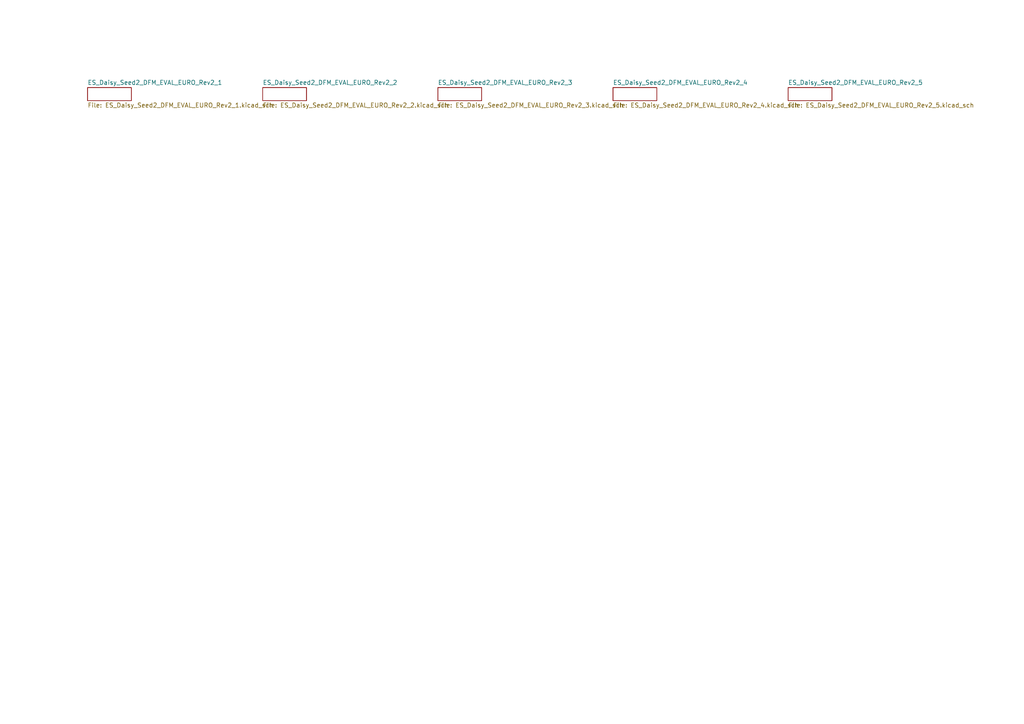
<source format=kicad_sch>
(kicad_sch (version 20230121) (generator eeschema)
  (paper "A4")
  (lib_symbols)
  (sheet (at 127 25.4) (size 12.7 3.81)
    (property "Sheetname" "ES_Daisy_Seed2_DFM_EVAL_EURO_Rev2_3" (at 127 24.6884 0) (effects (justify left bottom)))
    (property "Sheetfile" "ES_Daisy_Seed2_DFM_EVAL_EURO_Rev2_3.kicad_sch" (at 127 29.7946 0) (effects (justify left top)))
  )
  (sheet (at 228.6 25.4) (size 12.7 3.81)
    (property "Sheetname" "ES_Daisy_Seed2_DFM_EVAL_EURO_Rev2_5" (at 228.6 24.6884 0) (effects (justify left bottom)))
    (property "Sheetfile" "ES_Daisy_Seed2_DFM_EVAL_EURO_Rev2_5.kicad_sch" (at 228.6 29.7946 0) (effects (justify left top)))
  )
  (sheet (at 76.2 25.4) (size 12.7 3.81)
    (property "Sheetname" "ES_Daisy_Seed2_DFM_EVAL_EURO_Rev2_2" (at 76.2 24.6884 0) (effects (justify left bottom)))
    (property "Sheetfile" "ES_Daisy_Seed2_DFM_EVAL_EURO_Rev2_2.kicad_sch" (at 76.2 29.7946 0) (effects (justify left top)))
  )
  (sheet (at 177.8 25.4) (size 12.7 3.81)
    (property "Sheetname" "ES_Daisy_Seed2_DFM_EVAL_EURO_Rev2_4" (at 177.8 24.6884 0) (effects (justify left bottom)))
    (property "Sheetfile" "ES_Daisy_Seed2_DFM_EVAL_EURO_Rev2_4.kicad_sch" (at 177.8 29.7946 0) (effects (justify left top)))
  )
  (sheet (at 25.4 25.4) (size 12.7 3.81)
    (property "Sheetname" "ES_Daisy_Seed2_DFM_EVAL_EURO_Rev2_1" (at 25.4 24.6884 0) (effects (justify left bottom)))
    (property "Sheetfile" "ES_Daisy_Seed2_DFM_EVAL_EURO_Rev2_1.kicad_sch" (at 25.4 29.7946 0) (effects (justify left top)))
  )
)
</source>
